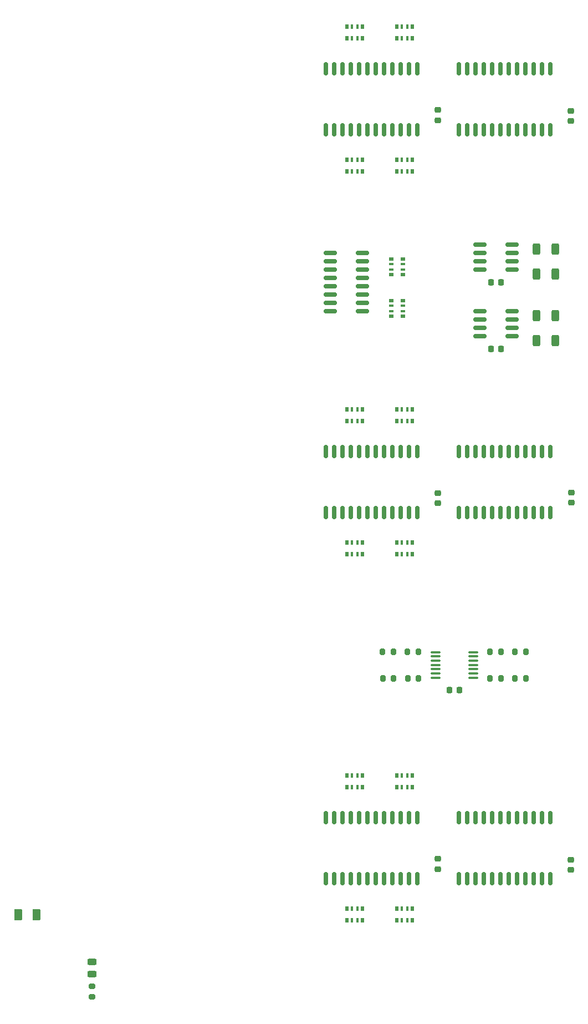
<source format=gbr>
%TF.GenerationSoftware,KiCad,Pcbnew,(5.99.0-10483-ga6ad7a4a70)*%
%TF.CreationDate,2021-07-29T00:24:03+03:00*%
%TF.ProjectId,digital_inputs,64696769-7461-46c5-9f69-6e707574732e,rev?*%
%TF.SameCoordinates,Original*%
%TF.FileFunction,Paste,Top*%
%TF.FilePolarity,Positive*%
%FSLAX46Y46*%
G04 Gerber Fmt 4.6, Leading zero omitted, Abs format (unit mm)*
G04 Created by KiCad (PCBNEW (5.99.0-10483-ga6ad7a4a70)) date 2021-07-29 00:24:03*
%MOMM*%
%LPD*%
G01*
G04 APERTURE LIST*
G04 Aperture macros list*
%AMRoundRect*
0 Rectangle with rounded corners*
0 $1 Rounding radius*
0 $2 $3 $4 $5 $6 $7 $8 $9 X,Y pos of 4 corners*
0 Add a 4 corners polygon primitive as box body*
4,1,4,$2,$3,$4,$5,$6,$7,$8,$9,$2,$3,0*
0 Add four circle primitives for the rounded corners*
1,1,$1+$1,$2,$3*
1,1,$1+$1,$4,$5*
1,1,$1+$1,$6,$7*
1,1,$1+$1,$8,$9*
0 Add four rect primitives between the rounded corners*
20,1,$1+$1,$2,$3,$4,$5,0*
20,1,$1+$1,$4,$5,$6,$7,0*
20,1,$1+$1,$6,$7,$8,$9,0*
20,1,$1+$1,$8,$9,$2,$3,0*%
G04 Aperture macros list end*
%ADD10RoundRect,0.243750X0.456250X-0.243750X0.456250X0.243750X-0.456250X0.243750X-0.456250X-0.243750X0*%
%ADD11RoundRect,0.250000X0.312500X0.625000X-0.312500X0.625000X-0.312500X-0.625000X0.312500X-0.625000X0*%
%ADD12R,0.500000X0.800000*%
%ADD13R,0.400000X0.800000*%
%ADD14RoundRect,0.200000X-0.200000X-0.275000X0.200000X-0.275000X0.200000X0.275000X-0.200000X0.275000X0*%
%ADD15RoundRect,0.225000X0.225000X0.250000X-0.225000X0.250000X-0.225000X-0.250000X0.225000X-0.250000X0*%
%ADD16RoundRect,0.100000X-0.637500X-0.100000X0.637500X-0.100000X0.637500X0.100000X-0.637500X0.100000X0*%
%ADD17RoundRect,0.250000X0.375000X0.625000X-0.375000X0.625000X-0.375000X-0.625000X0.375000X-0.625000X0*%
%ADD18RoundRect,0.200000X0.200000X0.275000X-0.200000X0.275000X-0.200000X-0.275000X0.200000X-0.275000X0*%
%ADD19RoundRect,0.225000X-0.250000X0.225000X-0.250000X-0.225000X0.250000X-0.225000X0.250000X0.225000X0*%
%ADD20RoundRect,0.150000X-0.150000X0.875000X-0.150000X-0.875000X0.150000X-0.875000X0.150000X0.875000X0*%
%ADD21RoundRect,0.200000X0.275000X-0.200000X0.275000X0.200000X-0.275000X0.200000X-0.275000X-0.200000X0*%
%ADD22R,0.800000X0.500000*%
%ADD23R,0.800000X0.400000*%
%ADD24RoundRect,0.150000X-0.825000X-0.150000X0.825000X-0.150000X0.825000X0.150000X-0.825000X0.150000X0*%
G04 APERTURE END LIST*
D10*
%TO.C,D1*%
X178300000Y-204637500D03*
X178300000Y-202762500D03*
%TD*%
D11*
%TO.C,R1*%
X249112500Y-93940000D03*
X246187500Y-93940000D03*
%TD*%
D12*
%TO.C,RN12*%
X217240000Y-196440000D03*
D13*
X218040000Y-196440000D03*
X218840000Y-196440000D03*
D12*
X219640000Y-196440000D03*
X219640000Y-194640000D03*
D13*
X218840000Y-194640000D03*
X218040000Y-194640000D03*
D12*
X217240000Y-194640000D03*
%TD*%
D14*
%TO.C,R7*%
X222740000Y-159500000D03*
X224390000Y-159500000D03*
%TD*%
D15*
%TO.C,C8*%
X240805000Y-99020000D03*
X239255000Y-99020000D03*
%TD*%
D12*
%TO.C,RN9*%
X219640000Y-174320000D03*
D13*
X218840000Y-174320000D03*
X218040000Y-174320000D03*
D12*
X217240000Y-174320000D03*
X217240000Y-176120000D03*
D13*
X218040000Y-176120000D03*
X218840000Y-176120000D03*
D12*
X219640000Y-176120000D03*
%TD*%
D11*
%TO.C,R12*%
X249112500Y-107910000D03*
X246187500Y-107910000D03*
%TD*%
D16*
%TO.C,U1*%
X230817500Y-155490000D03*
X230817500Y-156140000D03*
X230817500Y-156790000D03*
X230817500Y-157440000D03*
X230817500Y-158090000D03*
X230817500Y-158740000D03*
X230817500Y-159390000D03*
X236542500Y-159390000D03*
X236542500Y-158740000D03*
X236542500Y-158090000D03*
X236542500Y-157440000D03*
X236542500Y-156790000D03*
X236542500Y-156140000D03*
X236542500Y-155490000D03*
%TD*%
D17*
%TO.C,F1*%
X169800000Y-195580000D03*
X167000000Y-195580000D03*
%TD*%
D18*
%TO.C,R11*%
X244560000Y-155400000D03*
X242910000Y-155400000D03*
%TD*%
D15*
%TO.C,C9*%
X240805000Y-109180000D03*
X239255000Y-109180000D03*
%TD*%
D19*
%TO.C,C2*%
X251460000Y-72845000D03*
X251460000Y-74395000D03*
%TD*%
D14*
%TO.C,R5*%
X222695000Y-155400000D03*
X224345000Y-155400000D03*
%TD*%
D20*
%TO.C,U2*%
X248285000Y-66430000D03*
X247015000Y-66430000D03*
X245745000Y-66430000D03*
X244475000Y-66430000D03*
X243205000Y-66430000D03*
X241935000Y-66430000D03*
X240665000Y-66430000D03*
X239395000Y-66430000D03*
X238125000Y-66430000D03*
X236855000Y-66430000D03*
X235585000Y-66430000D03*
X234315000Y-66430000D03*
X234315000Y-75730000D03*
X235585000Y-75730000D03*
X236855000Y-75730000D03*
X238125000Y-75730000D03*
X239395000Y-75730000D03*
X240665000Y-75730000D03*
X241935000Y-75730000D03*
X243205000Y-75730000D03*
X244475000Y-75730000D03*
X245745000Y-75730000D03*
X247015000Y-75730000D03*
X248285000Y-75730000D03*
%TD*%
D12*
%TO.C,RN3*%
X227260000Y-80340000D03*
D13*
X226460000Y-80340000D03*
X225660000Y-80340000D03*
D12*
X224860000Y-80340000D03*
X224860000Y-82140000D03*
D13*
X225660000Y-82140000D03*
X226460000Y-82140000D03*
D12*
X227260000Y-82140000D03*
%TD*%
D20*
%TO.C,U4*%
X248285000Y-180730000D03*
X247015000Y-180730000D03*
X245745000Y-180730000D03*
X244475000Y-180730000D03*
X243205000Y-180730000D03*
X241935000Y-180730000D03*
X240665000Y-180730000D03*
X239395000Y-180730000D03*
X238125000Y-180730000D03*
X236855000Y-180730000D03*
X235585000Y-180730000D03*
X234315000Y-180730000D03*
X234315000Y-190030000D03*
X235585000Y-190030000D03*
X236855000Y-190030000D03*
X238125000Y-190030000D03*
X239395000Y-190030000D03*
X240665000Y-190030000D03*
X241935000Y-190030000D03*
X243205000Y-190030000D03*
X244475000Y-190030000D03*
X245745000Y-190030000D03*
X247015000Y-190030000D03*
X248285000Y-190030000D03*
%TD*%
D12*
%TO.C,RN10*%
X227260000Y-174320000D03*
D13*
X226460000Y-174320000D03*
X225660000Y-174320000D03*
D12*
X224860000Y-174320000D03*
X224860000Y-176120000D03*
D13*
X225660000Y-176120000D03*
X226460000Y-176120000D03*
D12*
X227260000Y-176120000D03*
%TD*%
D19*
%TO.C,C7*%
X231140000Y-187050000D03*
X231140000Y-188600000D03*
%TD*%
D21*
%TO.C,R13*%
X178300000Y-208125000D03*
X178300000Y-206475000D03*
%TD*%
D22*
%TO.C,RN13*%
X225810000Y-97890000D03*
D23*
X225810000Y-97090000D03*
X225810000Y-96290000D03*
D22*
X225810000Y-95490000D03*
X224010000Y-95490000D03*
D23*
X224010000Y-96290000D03*
X224010000Y-97090000D03*
D22*
X224010000Y-97890000D03*
%TD*%
D19*
%TO.C,C6*%
X231140000Y-131225000D03*
X231140000Y-132775000D03*
%TD*%
D15*
%TO.C,C1*%
X234455000Y-161250000D03*
X232905000Y-161250000D03*
%TD*%
D11*
%TO.C,R3*%
X249112500Y-104100000D03*
X246187500Y-104100000D03*
%TD*%
D20*
%TO.C,U5*%
X227965000Y-66430000D03*
X226695000Y-66430000D03*
X225425000Y-66430000D03*
X224155000Y-66430000D03*
X222885000Y-66430000D03*
X221615000Y-66430000D03*
X220345000Y-66430000D03*
X219075000Y-66430000D03*
X217805000Y-66430000D03*
X216535000Y-66430000D03*
X215265000Y-66430000D03*
X213995000Y-66430000D03*
X213995000Y-75730000D03*
X215265000Y-75730000D03*
X216535000Y-75730000D03*
X217805000Y-75730000D03*
X219075000Y-75730000D03*
X220345000Y-75730000D03*
X221615000Y-75730000D03*
X222885000Y-75730000D03*
X224155000Y-75730000D03*
X225425000Y-75730000D03*
X226695000Y-75730000D03*
X227965000Y-75730000D03*
%TD*%
D11*
%TO.C,R2*%
X249112500Y-97750000D03*
X246187500Y-97750000D03*
%TD*%
D12*
%TO.C,RN6*%
X227260000Y-118440000D03*
D13*
X226460000Y-118440000D03*
X225660000Y-118440000D03*
D12*
X224860000Y-118440000D03*
X224860000Y-120240000D03*
D13*
X225660000Y-120240000D03*
X226460000Y-120240000D03*
D12*
X227260000Y-120240000D03*
%TD*%
%TO.C,RN11*%
X224860000Y-196440000D03*
D13*
X225660000Y-196440000D03*
X226460000Y-196440000D03*
D12*
X227260000Y-196440000D03*
X227260000Y-194640000D03*
D13*
X226460000Y-194640000D03*
X225660000Y-194640000D03*
D12*
X224860000Y-194640000D03*
%TD*%
D24*
%TO.C,U10*%
X214695000Y-94575000D03*
X214695000Y-95845000D03*
X214695000Y-97115000D03*
X214695000Y-98385000D03*
X214695000Y-99655000D03*
X214695000Y-100925000D03*
X214695000Y-102195000D03*
X214695000Y-103465000D03*
X219645000Y-103465000D03*
X219645000Y-102195000D03*
X219645000Y-100925000D03*
X219645000Y-99655000D03*
X219645000Y-98385000D03*
X219645000Y-97115000D03*
X219645000Y-95845000D03*
X219645000Y-94575000D03*
%TD*%
D18*
%TO.C,R8*%
X240750000Y-159500000D03*
X239100000Y-159500000D03*
%TD*%
D14*
%TO.C,R6*%
X226550000Y-159500000D03*
X228200000Y-159500000D03*
%TD*%
D24*
%TO.C,U8*%
X237555000Y-93305000D03*
X237555000Y-94575000D03*
X237555000Y-95845000D03*
X237555000Y-97115000D03*
X242505000Y-97115000D03*
X242505000Y-95845000D03*
X242505000Y-94575000D03*
X242505000Y-93305000D03*
%TD*%
D12*
%TO.C,RN2*%
X224860000Y-61820000D03*
D13*
X225660000Y-61820000D03*
X226460000Y-61820000D03*
D12*
X227260000Y-61820000D03*
X227260000Y-60020000D03*
D13*
X226460000Y-60020000D03*
X225660000Y-60020000D03*
D12*
X224860000Y-60020000D03*
%TD*%
D14*
%TO.C,R4*%
X226505000Y-155400000D03*
X228155000Y-155400000D03*
%TD*%
D12*
%TO.C,RN8*%
X217240000Y-140560000D03*
D13*
X218040000Y-140560000D03*
X218840000Y-140560000D03*
D12*
X219640000Y-140560000D03*
X219640000Y-138760000D03*
D13*
X218840000Y-138760000D03*
X218040000Y-138760000D03*
D12*
X217240000Y-138760000D03*
%TD*%
D18*
%TO.C,R10*%
X240750000Y-155400000D03*
X239100000Y-155400000D03*
%TD*%
D20*
%TO.C,U6*%
X227965000Y-124850000D03*
X226695000Y-124850000D03*
X225425000Y-124850000D03*
X224155000Y-124850000D03*
X222885000Y-124850000D03*
X221615000Y-124850000D03*
X220345000Y-124850000D03*
X219075000Y-124850000D03*
X217805000Y-124850000D03*
X216535000Y-124850000D03*
X215265000Y-124850000D03*
X213995000Y-124850000D03*
X213995000Y-134150000D03*
X215265000Y-134150000D03*
X216535000Y-134150000D03*
X217805000Y-134150000D03*
X219075000Y-134150000D03*
X220345000Y-134150000D03*
X221615000Y-134150000D03*
X222885000Y-134150000D03*
X224155000Y-134150000D03*
X225425000Y-134150000D03*
X226695000Y-134150000D03*
X227965000Y-134150000D03*
%TD*%
D12*
%TO.C,RN7*%
X224860000Y-140560000D03*
D13*
X225660000Y-140560000D03*
X226460000Y-140560000D03*
D12*
X227260000Y-140560000D03*
X227260000Y-138760000D03*
D13*
X226460000Y-138760000D03*
X225660000Y-138760000D03*
D12*
X224860000Y-138760000D03*
%TD*%
D20*
%TO.C,U3*%
X248285000Y-124850000D03*
X247015000Y-124850000D03*
X245745000Y-124850000D03*
X244475000Y-124850000D03*
X243205000Y-124850000D03*
X241935000Y-124850000D03*
X240665000Y-124850000D03*
X239395000Y-124850000D03*
X238125000Y-124850000D03*
X236855000Y-124850000D03*
X235585000Y-124850000D03*
X234315000Y-124850000D03*
X234315000Y-134150000D03*
X235585000Y-134150000D03*
X236855000Y-134150000D03*
X238125000Y-134150000D03*
X239395000Y-134150000D03*
X240665000Y-134150000D03*
X241935000Y-134150000D03*
X243205000Y-134150000D03*
X244475000Y-134150000D03*
X245745000Y-134150000D03*
X247015000Y-134150000D03*
X248285000Y-134150000D03*
%TD*%
D12*
%TO.C,RN5*%
X219640000Y-118440000D03*
D13*
X218840000Y-118440000D03*
X218040000Y-118440000D03*
D12*
X217240000Y-118440000D03*
X217240000Y-120240000D03*
D13*
X218040000Y-120240000D03*
X218840000Y-120240000D03*
D12*
X219640000Y-120240000D03*
%TD*%
D19*
%TO.C,C4*%
X251460000Y-187145000D03*
X251460000Y-188695000D03*
%TD*%
D12*
%TO.C,RN4*%
X219640000Y-80340000D03*
D13*
X218840000Y-80340000D03*
X218040000Y-80340000D03*
D12*
X217240000Y-80340000D03*
X217240000Y-82140000D03*
D13*
X218040000Y-82140000D03*
X218840000Y-82140000D03*
D12*
X219640000Y-82140000D03*
%TD*%
D20*
%TO.C,U7*%
X227965000Y-180730000D03*
X226695000Y-180730000D03*
X225425000Y-180730000D03*
X224155000Y-180730000D03*
X222885000Y-180730000D03*
X221615000Y-180730000D03*
X220345000Y-180730000D03*
X219075000Y-180730000D03*
X217805000Y-180730000D03*
X216535000Y-180730000D03*
X215265000Y-180730000D03*
X213995000Y-180730000D03*
X213995000Y-190030000D03*
X215265000Y-190030000D03*
X216535000Y-190030000D03*
X217805000Y-190030000D03*
X219075000Y-190030000D03*
X220345000Y-190030000D03*
X221615000Y-190030000D03*
X222885000Y-190030000D03*
X224155000Y-190030000D03*
X225425000Y-190030000D03*
X226695000Y-190030000D03*
X227965000Y-190030000D03*
%TD*%
D19*
%TO.C,C5*%
X231140000Y-72750000D03*
X231140000Y-74300000D03*
%TD*%
D22*
%TO.C,RN14*%
X225810000Y-104240000D03*
D23*
X225810000Y-103440000D03*
X225810000Y-102640000D03*
D22*
X225810000Y-101840000D03*
X224010000Y-101840000D03*
D23*
X224010000Y-102640000D03*
X224010000Y-103440000D03*
D22*
X224010000Y-104240000D03*
%TD*%
D24*
%TO.C,U9*%
X237555000Y-103465000D03*
X237555000Y-104735000D03*
X237555000Y-106005000D03*
X237555000Y-107275000D03*
X242505000Y-107275000D03*
X242505000Y-106005000D03*
X242505000Y-104735000D03*
X242505000Y-103465000D03*
%TD*%
D18*
%TO.C,R9*%
X244560000Y-159500000D03*
X242910000Y-159500000D03*
%TD*%
D19*
%TO.C,C3*%
X251500000Y-131125000D03*
X251500000Y-132675000D03*
%TD*%
D12*
%TO.C,RN1*%
X217240000Y-61820000D03*
D13*
X218040000Y-61820000D03*
X218840000Y-61820000D03*
D12*
X219640000Y-61820000D03*
X219640000Y-60020000D03*
D13*
X218840000Y-60020000D03*
X218040000Y-60020000D03*
D12*
X217240000Y-60020000D03*
%TD*%
M02*

</source>
